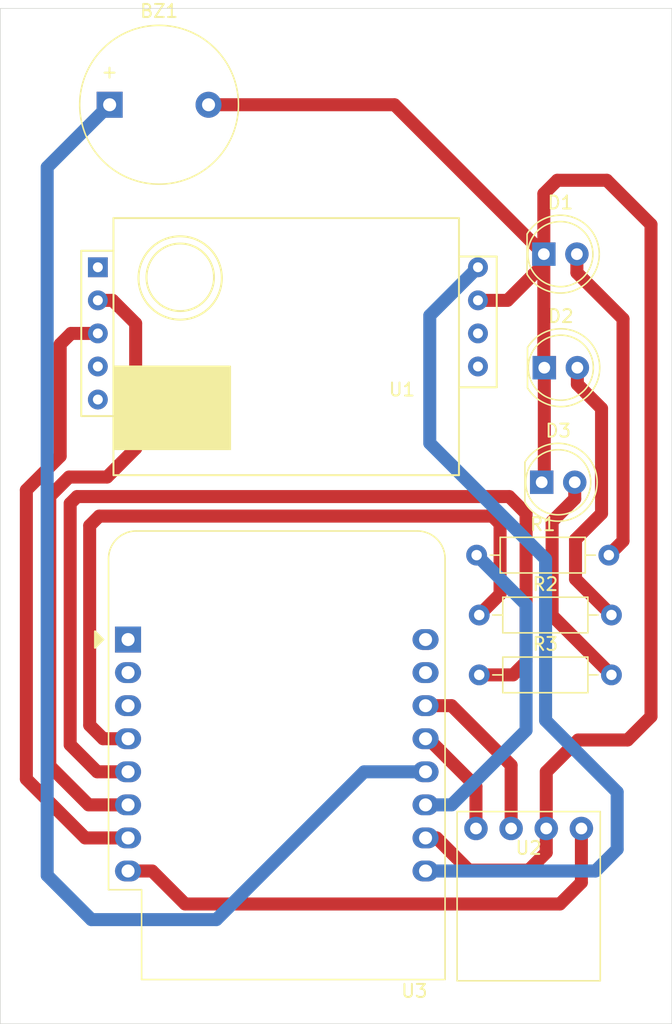
<source format=kicad_pcb>
(kicad_pcb (version 20171130) (host pcbnew "(5.1.8)-1")

  (general
    (thickness 1.6)
    (drawings 5)
    (tracks 103)
    (zones 0)
    (modules 10)
    (nets 25)
  )

  (page A4)
  (layers
    (0 F.Cu signal)
    (31 B.Cu signal)
    (32 B.Adhes user)
    (33 F.Adhes user)
    (34 B.Paste user)
    (35 F.Paste user)
    (36 B.SilkS user)
    (37 F.SilkS user)
    (38 B.Mask user)
    (39 F.Mask user)
    (40 Dwgs.User user)
    (41 Cmts.User user)
    (42 Eco1.User user)
    (43 Eco2.User user)
    (44 Edge.Cuts user)
    (45 Margin user)
    (46 B.CrtYd user)
    (47 F.CrtYd user)
    (48 B.Fab user)
    (49 F.Fab user)
  )

  (setup
    (last_trace_width 1)
    (trace_clearance 0.5)
    (zone_clearance 0.508)
    (zone_45_only no)
    (trace_min 0.2)
    (via_size 0.8)
    (via_drill 0.4)
    (via_min_size 0.4)
    (via_min_drill 0.3)
    (uvia_size 0.3)
    (uvia_drill 0.1)
    (uvias_allowed no)
    (uvia_min_size 0.2)
    (uvia_min_drill 0.1)
    (edge_width 0.05)
    (segment_width 0.2)
    (pcb_text_width 0.3)
    (pcb_text_size 1.5 1.5)
    (mod_edge_width 0.12)
    (mod_text_size 1 1)
    (mod_text_width 0.15)
    (pad_size 1.524 1.524)
    (pad_drill 0.762)
    (pad_to_mask_clearance 0)
    (aux_axis_origin 0 0)
    (visible_elements 7FFFFFFF)
    (pcbplotparams
      (layerselection 0x011fc_ffffffff)
      (usegerberextensions false)
      (usegerberattributes true)
      (usegerberadvancedattributes true)
      (creategerberjobfile true)
      (excludeedgelayer true)
      (linewidth 0.100000)
      (plotframeref false)
      (viasonmask false)
      (mode 1)
      (useauxorigin false)
      (hpglpennumber 1)
      (hpglpenspeed 20)
      (hpglpendiameter 15.000000)
      (psnegative false)
      (psa4output false)
      (plotreference true)
      (plotvalue true)
      (plotinvisibletext false)
      (padsonsilk false)
      (subtractmaskfromsilk false)
      (outputformat 1)
      (mirror false)
      (drillshape 0)
      (scaleselection 1)
      (outputdirectory "JLCPCB/"))
  )

  (net 0 "")
  (net 1 "Net-(D1-Pad2)")
  (net 2 "Net-(D2-Pad2)")
  (net 3 "Net-(D3-Pad2)")
  (net 4 "Net-(R1-Pad1)")
  (net 5 "Net-(R2-Pad1)")
  (net 6 "Net-(R3-Pad1)")
  (net 7 "Net-(U1-Pad9)")
  (net 8 "Net-(U1-Pad8)")
  (net 9 "Net-(U1-Pad6)")
  (net 10 "Net-(U1-Pad5)")
  (net 11 "Net-(U1-Pad4)")
  (net 12 "Net-(U1-Pad3)")
  (net 13 "Net-(U1-Pad2)")
  (net 14 "Net-(U1-Pad1)")
  (net 15 "Net-(U2-Pad3)")
  (net 16 "Net-(U2-Pad4)")
  (net 17 "Net-(U3-Pad2)")
  (net 18 "Net-(U3-Pad1)")
  (net 19 "Net-(U3-Pad3)")
  (net 20 "Net-(U3-Pad15)")
  (net 21 "Net-(U3-Pad16)")
  (net 22 "Net-(U2-Pad1)")
  (net 23 "Net-(BZ1-Pad1)")
  (net 24 "Net-(BZ1-Pad2)")

  (net_class Default "This is the default net class."
    (clearance 0.5)
    (trace_width 1)
    (via_dia 0.8)
    (via_drill 0.4)
    (uvia_dia 0.3)
    (uvia_drill 0.1)
    (add_net "Net-(BZ1-Pad1)")
    (add_net "Net-(BZ1-Pad2)")
    (add_net "Net-(U1-Pad1)")
    (add_net "Net-(U1-Pad2)")
    (add_net "Net-(U1-Pad3)")
    (add_net "Net-(U1-Pad4)")
    (add_net "Net-(U1-Pad5)")
    (add_net "Net-(U1-Pad6)")
    (add_net "Net-(U1-Pad8)")
    (add_net "Net-(U1-Pad9)")
    (add_net "Net-(U2-Pad1)")
    (add_net "Net-(U2-Pad3)")
    (add_net "Net-(U2-Pad4)")
    (add_net "Net-(U3-Pad1)")
    (add_net "Net-(U3-Pad15)")
    (add_net "Net-(U3-Pad16)")
    (add_net "Net-(U3-Pad2)")
    (add_net "Net-(U3-Pad3)")
  )

  (net_class PWR ""
    (clearance 0.5)
    (trace_width 1)
    (via_dia 0.8)
    (via_drill 0.4)
    (uvia_dia 0.3)
    (uvia_drill 0.1)
    (add_net "Net-(D1-Pad2)")
    (add_net "Net-(D2-Pad2)")
    (add_net "Net-(D3-Pad2)")
    (add_net "Net-(R1-Pad1)")
    (add_net "Net-(R2-Pad1)")
    (add_net "Net-(R3-Pad1)")
  )

  (module mh-z19b:Winsen_MH-Z19B (layer F.Cu) (tedit 5F8B2EEF) (tstamp 5FD275D3)
    (at 218.694 117.856 180)
    (path /5FCBE99F)
    (fp_text reference U1 (at -23.368 4.572) (layer F.SilkS)
      (effects (font (size 1 1) (thickness 0.15)))
    )
    (fp_text value MH-Z19B (at -19.05 0.762) (layer F.Fab)
      (effects (font (size 1 1) (thickness 0.15)))
    )
    (fp_line (start -1.2 -2) (end -27.75 -2) (layer F.SilkS) (width 0.15))
    (fp_line (start 1.27 15.24) (end -1.205 15.24) (layer F.SilkS) (width 0.15))
    (fp_line (start 1.275 2.54) (end 1.275 15.24) (layer F.SilkS) (width 0.15))
    (fp_line (start -1.27 2.54) (end 1.27 2.54) (layer F.SilkS) (width 0.15))
    (fp_line (start -27.75 4.75) (end -30.65 4.75) (layer F.SilkS) (width 0.15))
    (fp_line (start -30.65 4.75) (end -30.65 14.8) (layer F.SilkS) (width 0.15))
    (fp_line (start -30.65 14.8) (end -27.75 14.8) (layer F.SilkS) (width 0.15))
    (fp_line (start -27.75 -2) (end -27.75 17.75) (layer F.SilkS) (width 0.15))
    (fp_line (start -27.75 17.75) (end -1.2 17.75) (layer F.SilkS) (width 0.15))
    (fp_circle (center -6.325 13.15) (end -9.425 12.35) (layer F.SilkS) (width 0.15))
    (fp_circle (center -6.330656 13.2) (end -8.530656 11.825) (layer F.SilkS) (width 0.15))
    (fp_poly (pts (xy -10.16 0) (xy -10.16 6.35) (xy -1.27 6.35) (xy -1.27 0)) (layer F.SilkS) (width 0.15))
    (fp_line (start -1.2 -2) (end -1.2 17.75) (layer F.SilkS) (width 0.15))
    (pad 9 thru_hole circle (at -29.21 6.35 180) (size 1.524 1.524) (drill 0.762) (layers *.Cu *.Mask)
      (net 7 "Net-(U1-Pad9)"))
    (pad 8 thru_hole circle (at -29.21 8.89 180) (size 1.524 1.524) (drill 0.762) (layers *.Cu *.Mask)
      (net 8 "Net-(U1-Pad8)"))
    (pad 7 thru_hole circle (at -29.21 11.43 180) (size 1.524 1.524) (drill 0.762) (layers *.Cu *.Mask)
      (net 24 "Net-(BZ1-Pad2)"))
    (pad 6 thru_hole circle (at -29.21 13.97 180) (size 1.524 1.524) (drill 0.762) (layers *.Cu *.Mask)
      (net 9 "Net-(U1-Pad6)"))
    (pad 5 thru_hole circle (at 0 3.81 180) (size 1.524 1.524) (drill 0.762) (layers *.Cu *.Mask)
      (net 10 "Net-(U1-Pad5)"))
    (pad 4 thru_hole circle (at 0 6.35 180) (size 1.524 1.524) (drill 0.762) (layers *.Cu *.Mask)
      (net 11 "Net-(U1-Pad4)"))
    (pad 3 thru_hole circle (at 0 8.89 180) (size 1.524 1.524) (drill 0.762) (layers *.Cu *.Mask)
      (net 12 "Net-(U1-Pad3)"))
    (pad 2 thru_hole circle (at 0 11.43 180) (size 1.524 1.524) (drill 0.762) (layers *.Cu *.Mask)
      (net 13 "Net-(U1-Pad2)"))
    (pad 1 thru_hole rect (at 0 13.97 180) (size 1.524 1.524) (drill 0.762) (layers *.Cu *.Mask)
      (net 14 "Net-(U1-Pad1)"))
  )

  (module GY-BME280:GY-BME280 (layer F.Cu) (tedit 5FD0FFBB) (tstamp 5FD28798)
    (at 251.8 149 180)
    (path /5FD2126B)
    (fp_text reference U2 (at 0 0.5) (layer F.SilkS)
      (effects (font (size 1 1) (thickness 0.15)))
    )
    (fp_text value gybmep (at 0 -0.5) (layer F.Fab)
      (effects (font (size 1 1) (thickness 0.15)))
    )
    (fp_line (start -5.5 -9.7) (end -5.5 3.3) (layer F.SilkS) (width 0.12))
    (fp_line (start 5.5 -9.7) (end -5.5 -9.7) (layer F.SilkS) (width 0.12))
    (fp_line (start 5.5 3.3) (end 5.5 -9.7) (layer F.SilkS) (width 0.12))
    (fp_line (start -5.5 3.3) (end 5.5 3.3) (layer F.SilkS) (width 0.12))
    (pad 4 thru_hole circle (at 4.05 2 180) (size 1.8 1.8) (drill 0.9) (layers *.Cu *.Mask)
      (net 16 "Net-(U2-Pad4)"))
    (pad 3 thru_hole circle (at 1.35 2 180) (size 1.8 1.8) (drill 0.9) (layers *.Cu *.Mask)
      (net 15 "Net-(U2-Pad3)"))
    (pad 2 thru_hole circle (at -1.35 2 180) (size 1.8 1.8) (drill 0.9) (layers *.Cu *.Mask)
      (net 24 "Net-(BZ1-Pad2)"))
    (pad 1 thru_hole circle (at -4.05 2 180) (size 1.8 1.8) (drill 0.9) (layers *.Cu *.Mask)
      (net 22 "Net-(U2-Pad1)"))
  )

  (module Module:WEMOS_D1_mini_light (layer F.Cu) (tedit 5BBFB1CE) (tstamp 5FD27F05)
    (at 221.015001 132.485001)
    (descr "16-pin module, column spacing 22.86 mm (900 mils), https://wiki.wemos.cc/products:d1:d1_mini, https://c1.staticflickr.com/1/734/31400410271_f278b087db_z.jpg")
    (tags "ESP8266 WiFi microcontroller")
    (path /5FCD2C92)
    (fp_text reference U3 (at 22 27) (layer F.SilkS)
      (effects (font (size 1 1) (thickness 0.15)))
    )
    (fp_text value WeMos_D1_mini (at 11.7 0) (layer F.Fab)
      (effects (font (size 1 1) (thickness 0.15)))
    )
    (fp_line (start 1.04 26.12) (end 24.36 26.12) (layer F.SilkS) (width 0.12))
    (fp_line (start -1.5 19.22) (end -1.5 -6.21) (layer F.SilkS) (width 0.12))
    (fp_line (start 24.36 26.12) (end 24.36 -6.21) (layer F.SilkS) (width 0.12))
    (fp_line (start 22.24 -8.34) (end 0.63 -8.34) (layer F.SilkS) (width 0.12))
    (fp_line (start 1.17 25.99) (end 24.23 25.99) (layer F.Fab) (width 0.1))
    (fp_line (start 24.23 25.99) (end 24.23 -6.21) (layer F.Fab) (width 0.1))
    (fp_line (start 22.23 -8.21) (end 0.63 -8.21) (layer F.Fab) (width 0.1))
    (fp_line (start -1.37 1) (end -1.37 19.09) (layer F.Fab) (width 0.1))
    (fp_line (start -1.62 -8.46) (end 24.48 -8.46) (layer F.CrtYd) (width 0.05))
    (fp_line (start 24.48 -8.41) (end 24.48 26.24) (layer F.CrtYd) (width 0.05))
    (fp_line (start 24.48 26.24) (end -1.62 26.24) (layer F.CrtYd) (width 0.05))
    (fp_line (start -1.62 26.24) (end -1.62 -8.46) (layer F.CrtYd) (width 0.05))
    (fp_poly (pts (xy -2.54 -0.635) (xy -2.54 0.635) (xy -1.905 0)) (layer F.SilkS) (width 0.15))
    (fp_line (start -1.35 -1.4) (end 24.25 -1.4) (layer Dwgs.User) (width 0.1))
    (fp_line (start 24.25 -1.4) (end 24.25 -8.2) (layer Dwgs.User) (width 0.1))
    (fp_line (start 24.25 -8.2) (end -1.35 -8.2) (layer Dwgs.User) (width 0.1))
    (fp_line (start -1.35 -8.2) (end -1.35 -1.4) (layer Dwgs.User) (width 0.1))
    (fp_line (start -1.35 -1.4) (end 5.45 -8.2) (layer Dwgs.User) (width 0.1))
    (fp_line (start 0.65 -1.4) (end 7.45 -8.2) (layer Dwgs.User) (width 0.1))
    (fp_line (start 2.65 -1.4) (end 9.45 -8.2) (layer Dwgs.User) (width 0.1))
    (fp_line (start 4.65 -1.4) (end 11.45 -8.2) (layer Dwgs.User) (width 0.1))
    (fp_line (start 6.65 -1.4) (end 13.45 -8.2) (layer Dwgs.User) (width 0.1))
    (fp_line (start 8.65 -1.4) (end 15.45 -8.2) (layer Dwgs.User) (width 0.1))
    (fp_line (start 10.65 -1.4) (end 17.45 -8.2) (layer Dwgs.User) (width 0.1))
    (fp_line (start 12.65 -1.4) (end 19.45 -8.2) (layer Dwgs.User) (width 0.1))
    (fp_line (start 14.65 -1.4) (end 21.45 -8.2) (layer Dwgs.User) (width 0.1))
    (fp_line (start 16.65 -1.4) (end 23.45 -8.2) (layer Dwgs.User) (width 0.1))
    (fp_line (start 18.65 -1.4) (end 24.25 -7) (layer Dwgs.User) (width 0.1))
    (fp_line (start 20.65 -1.4) (end 24.25 -5) (layer Dwgs.User) (width 0.1))
    (fp_line (start 22.65 -1.4) (end 24.25 -3) (layer Dwgs.User) (width 0.1))
    (fp_line (start -1.35 -3.4) (end 3.45 -8.2) (layer Dwgs.User) (width 0.1))
    (fp_line (start -1.3 -5.45) (end 1.45 -8.2) (layer Dwgs.User) (width 0.1))
    (fp_line (start -1.35 -7.4) (end -0.55 -8.2) (layer Dwgs.User) (width 0.1))
    (fp_line (start -1.37 19.09) (end 1.17 19.09) (layer F.Fab) (width 0.1))
    (fp_line (start 1.17 19.09) (end 1.17 25.99) (layer F.Fab) (width 0.1))
    (fp_line (start -1.37 -6.21) (end -1.37 -1) (layer F.Fab) (width 0.1))
    (fp_line (start -1.37 1) (end -0.37 0) (layer F.Fab) (width 0.1))
    (fp_line (start -0.37 0) (end -1.37 -1) (layer F.Fab) (width 0.1))
    (fp_line (start -1.5 19.22) (end 1.04 19.22) (layer F.SilkS) (width 0.12))
    (fp_line (start 1.04 19.22) (end 1.04 26.12) (layer F.SilkS) (width 0.12))
    (fp_text user %R (at 11.43 10) (layer F.Fab)
      (effects (font (size 1 1) (thickness 0.15)))
    )
    (fp_arc (start 0.63 -6.21) (end 0.63 -8.21) (angle -90) (layer F.Fab) (width 0.1))
    (fp_arc (start 22.23 -6.21) (end 24.23 -6.19) (angle -90) (layer F.Fab) (width 0.1))
    (fp_arc (start 0.63 -6.21) (end 0.63 -8.34) (angle -90) (layer F.SilkS) (width 0.12))
    (fp_arc (start 22.23 -6.21) (end 24.36 -6.21) (angle -90) (layer F.SilkS) (width 0.12))
    (fp_text user "KEEP OUT" (at 11.43 -6.35) (layer Cmts.User)
      (effects (font (size 1 1) (thickness 0.15)))
    )
    (fp_text user "No copper" (at 11.43 -3.81) (layer Cmts.User)
      (effects (font (size 1 1) (thickness 0.15)))
    )
    (pad 2 thru_hole oval (at 0 2.54) (size 2 1.6) (drill 1) (layers *.Cu *.Mask)
      (net 17 "Net-(U3-Pad2)"))
    (pad 1 thru_hole rect (at 0 0) (size 2 2) (drill 1) (layers *.Cu *.Mask)
      (net 18 "Net-(U3-Pad1)"))
    (pad 3 thru_hole oval (at 0 5.08) (size 2 1.6) (drill 1) (layers *.Cu *.Mask)
      (net 19 "Net-(U3-Pad3)"))
    (pad 4 thru_hole oval (at 0 7.62) (size 2 1.6) (drill 1) (layers *.Cu *.Mask)
      (net 5 "Net-(R2-Pad1)"))
    (pad 5 thru_hole oval (at 0 10.16) (size 2 1.6) (drill 1) (layers *.Cu *.Mask)
      (net 6 "Net-(R3-Pad1)"))
    (pad 6 thru_hole oval (at 0 12.7) (size 2 1.6) (drill 1) (layers *.Cu *.Mask)
      (net 13 "Net-(U1-Pad2)"))
    (pad 7 thru_hole oval (at 0 15.24) (size 2 1.6) (drill 1) (layers *.Cu *.Mask)
      (net 12 "Net-(U1-Pad3)"))
    (pad 8 thru_hole oval (at 0 17.78) (size 2 1.6) (drill 1) (layers *.Cu *.Mask)
      (net 22 "Net-(U2-Pad1)"))
    (pad 9 thru_hole oval (at 22.86 17.78) (size 2 1.6) (drill 1) (layers *.Cu *.Mask)
      (net 9 "Net-(U1-Pad6)"))
    (pad 10 thru_hole oval (at 22.86 15.24) (size 2 1.6) (drill 1) (layers *.Cu *.Mask)
      (net 24 "Net-(BZ1-Pad2)"))
    (pad 11 thru_hole oval (at 22.86 12.7) (size 2 1.6) (drill 1) (layers *.Cu *.Mask)
      (net 4 "Net-(R1-Pad1)"))
    (pad 12 thru_hole oval (at 22.86 10.16) (size 2 1.6) (drill 1) (layers *.Cu *.Mask)
      (net 23 "Net-(BZ1-Pad1)"))
    (pad 13 thru_hole oval (at 22.86 7.62) (size 2 1.6) (drill 1) (layers *.Cu *.Mask)
      (net 16 "Net-(U2-Pad4)"))
    (pad 14 thru_hole oval (at 22.86 5.08) (size 2 1.6) (drill 1) (layers *.Cu *.Mask)
      (net 15 "Net-(U2-Pad3)"))
    (pad 15 thru_hole oval (at 22.86 2.54) (size 2 1.6) (drill 1) (layers *.Cu *.Mask)
      (net 20 "Net-(U3-Pad15)"))
    (pad 16 thru_hole oval (at 22.86 0) (size 2 1.6) (drill 1) (layers *.Cu *.Mask)
      (net 21 "Net-(U3-Pad16)"))
    (model ${KISYS3DMOD}/Module.3dshapes/WEMOS_D1_mini_light.wrl
      (at (xyz 0 0 0))
      (scale (xyz 1 1 1))
      (rotate (xyz 0 0 0))
    )
    (model ${KISYS3DMOD}/Connector_PinHeader_2.54mm.3dshapes/PinHeader_1x08_P2.54mm_Vertical.wrl
      (offset (xyz 0 0 9.5))
      (scale (xyz 1 1 1))
      (rotate (xyz 0 -180 0))
    )
    (model ${KISYS3DMOD}/Connector_PinHeader_2.54mm.3dshapes/PinHeader_1x08_P2.54mm_Vertical.wrl
      (offset (xyz 22.86 0 9.5))
      (scale (xyz 1 1 1))
      (rotate (xyz 0 -180 0))
    )
    (model ${KISYS3DMOD}/Connector_PinSocket_2.54mm.3dshapes/PinSocket_1x08_P2.54mm_Vertical.wrl
      (at (xyz 0 0 0))
      (scale (xyz 1 1 1))
      (rotate (xyz 0 0 0))
    )
    (model ${KISYS3DMOD}/Connector_PinSocket_2.54mm.3dshapes/PinSocket_1x08_P2.54mm_Vertical.wrl
      (offset (xyz 22.86 0 0))
      (scale (xyz 1 1 1))
      (rotate (xyz 0 0 0))
    )
  )

  (module LED_THT:LED_D5.0mm (layer F.Cu) (tedit 5995936A) (tstamp 5FD29705)
    (at 252.965001 102.875001)
    (descr "LED, diameter 5.0mm, 2 pins, http://cdn-reichelt.de/documents/datenblatt/A500/LL-504BC2E-009.pdf")
    (tags "LED diameter 5.0mm 2 pins")
    (path /5FD12599)
    (fp_text reference D1 (at 1.27 -3.96) (layer F.SilkS)
      (effects (font (size 1 1) (thickness 0.15)))
    )
    (fp_text value LED (at 1.27 3.96) (layer F.Fab)
      (effects (font (size 1 1) (thickness 0.15)))
    )
    (fp_circle (center 1.27 0) (end 3.77 0) (layer F.Fab) (width 0.1))
    (fp_circle (center 1.27 0) (end 3.77 0) (layer F.SilkS) (width 0.12))
    (fp_line (start -1.23 -1.469694) (end -1.23 1.469694) (layer F.Fab) (width 0.1))
    (fp_line (start -1.29 -1.545) (end -1.29 1.545) (layer F.SilkS) (width 0.12))
    (fp_line (start -1.95 -3.25) (end -1.95 3.25) (layer F.CrtYd) (width 0.05))
    (fp_line (start -1.95 3.25) (end 4.5 3.25) (layer F.CrtYd) (width 0.05))
    (fp_line (start 4.5 3.25) (end 4.5 -3.25) (layer F.CrtYd) (width 0.05))
    (fp_line (start 4.5 -3.25) (end -1.95 -3.25) (layer F.CrtYd) (width 0.05))
    (fp_arc (start 1.27 0) (end -1.23 -1.469694) (angle 299.1) (layer F.Fab) (width 0.1))
    (fp_arc (start 1.27 0) (end -1.29 -1.54483) (angle 148.9) (layer F.SilkS) (width 0.12))
    (fp_arc (start 1.27 0) (end -1.29 1.54483) (angle -148.9) (layer F.SilkS) (width 0.12))
    (fp_text user %R (at 1.25 0) (layer F.Fab)
      (effects (font (size 0.8 0.8) (thickness 0.2)))
    )
    (pad 1 thru_hole rect (at 0 0) (size 1.8 1.8) (drill 0.9) (layers *.Cu *.Mask)
      (net 24 "Net-(BZ1-Pad2)"))
    (pad 2 thru_hole circle (at 2.54 0) (size 1.8 1.8) (drill 0.9) (layers *.Cu *.Mask)
      (net 1 "Net-(D1-Pad2)"))
    (model ${KISYS3DMOD}/LED_THT.3dshapes/LED_D5.0mm.wrl
      (at (xyz 0 0 0))
      (scale (xyz 1 1 1))
      (rotate (xyz 0 0 0))
    )
  )

  (module LED_THT:LED_D5.0mm (layer F.Cu) (tedit 5995936A) (tstamp 5FD296D2)
    (at 253 111.6)
    (descr "LED, diameter 5.0mm, 2 pins, http://cdn-reichelt.de/documents/datenblatt/A500/LL-504BC2E-009.pdf")
    (tags "LED diameter 5.0mm 2 pins")
    (path /5FD136A0)
    (fp_text reference D2 (at 1.27 -3.96) (layer F.SilkS)
      (effects (font (size 1 1) (thickness 0.15)))
    )
    (fp_text value LED (at 1.27 3.96) (layer F.Fab)
      (effects (font (size 1 1) (thickness 0.15)))
    )
    (fp_line (start 4.5 -3.25) (end -1.95 -3.25) (layer F.CrtYd) (width 0.05))
    (fp_line (start 4.5 3.25) (end 4.5 -3.25) (layer F.CrtYd) (width 0.05))
    (fp_line (start -1.95 3.25) (end 4.5 3.25) (layer F.CrtYd) (width 0.05))
    (fp_line (start -1.95 -3.25) (end -1.95 3.25) (layer F.CrtYd) (width 0.05))
    (fp_line (start -1.29 -1.545) (end -1.29 1.545) (layer F.SilkS) (width 0.12))
    (fp_line (start -1.23 -1.469694) (end -1.23 1.469694) (layer F.Fab) (width 0.1))
    (fp_circle (center 1.27 0) (end 3.77 0) (layer F.SilkS) (width 0.12))
    (fp_circle (center 1.27 0) (end 3.77 0) (layer F.Fab) (width 0.1))
    (fp_text user %R (at 1.25 0) (layer F.Fab)
      (effects (font (size 0.8 0.8) (thickness 0.2)))
    )
    (fp_arc (start 1.27 0) (end -1.29 1.54483) (angle -148.9) (layer F.SilkS) (width 0.12))
    (fp_arc (start 1.27 0) (end -1.29 -1.54483) (angle 148.9) (layer F.SilkS) (width 0.12))
    (fp_arc (start 1.27 0) (end -1.23 -1.469694) (angle 299.1) (layer F.Fab) (width 0.1))
    (pad 2 thru_hole circle (at 2.54 0) (size 1.8 1.8) (drill 0.9) (layers *.Cu *.Mask)
      (net 2 "Net-(D2-Pad2)"))
    (pad 1 thru_hole rect (at 0 0) (size 1.8 1.8) (drill 0.9) (layers *.Cu *.Mask)
      (net 24 "Net-(BZ1-Pad2)"))
    (model ${KISYS3DMOD}/LED_THT.3dshapes/LED_D5.0mm.wrl
      (at (xyz 0 0 0))
      (scale (xyz 1 1 1))
      (rotate (xyz 0 0 0))
    )
  )

  (module LED_THT:LED_D5.0mm (layer F.Cu) (tedit 5995936A) (tstamp 5FD2977A)
    (at 252.8 120.4)
    (descr "LED, diameter 5.0mm, 2 pins, http://cdn-reichelt.de/documents/datenblatt/A500/LL-504BC2E-009.pdf")
    (tags "LED diameter 5.0mm 2 pins")
    (path /5FD14625)
    (fp_text reference D3 (at 1.27 -3.96) (layer F.SilkS)
      (effects (font (size 1 1) (thickness 0.15)))
    )
    (fp_text value LED (at 1.27 3.96) (layer F.Fab)
      (effects (font (size 1 1) (thickness 0.15)))
    )
    (fp_circle (center 1.27 0) (end 3.77 0) (layer F.Fab) (width 0.1))
    (fp_circle (center 1.27 0) (end 3.77 0) (layer F.SilkS) (width 0.12))
    (fp_line (start -1.23 -1.469694) (end -1.23 1.469694) (layer F.Fab) (width 0.1))
    (fp_line (start -1.29 -1.545) (end -1.29 1.545) (layer F.SilkS) (width 0.12))
    (fp_line (start -1.95 -3.25) (end -1.95 3.25) (layer F.CrtYd) (width 0.05))
    (fp_line (start -1.95 3.25) (end 4.5 3.25) (layer F.CrtYd) (width 0.05))
    (fp_line (start 4.5 3.25) (end 4.5 -3.25) (layer F.CrtYd) (width 0.05))
    (fp_line (start 4.5 -3.25) (end -1.95 -3.25) (layer F.CrtYd) (width 0.05))
    (fp_arc (start 1.27 0) (end -1.23 -1.469694) (angle 299.1) (layer F.Fab) (width 0.1))
    (fp_arc (start 1.27 0) (end -1.29 -1.54483) (angle 148.9) (layer F.SilkS) (width 0.12))
    (fp_arc (start 1.27 0) (end -1.29 1.54483) (angle -148.9) (layer F.SilkS) (width 0.12))
    (fp_text user %R (at 1.25 0) (layer F.Fab)
      (effects (font (size 0.8 0.8) (thickness 0.2)))
    )
    (pad 1 thru_hole rect (at 0 0) (size 1.8 1.8) (drill 0.9) (layers *.Cu *.Mask)
      (net 24 "Net-(BZ1-Pad2)"))
    (pad 2 thru_hole circle (at 2.54 0) (size 1.8 1.8) (drill 0.9) (layers *.Cu *.Mask)
      (net 3 "Net-(D3-Pad2)"))
    (model ${KISYS3DMOD}/LED_THT.3dshapes/LED_D5.0mm.wrl
      (at (xyz 0 0 0))
      (scale (xyz 1 1 1))
      (rotate (xyz 0 0 0))
    )
  )

  (module Resistor_THT:R_Axial_DIN0207_L6.3mm_D2.5mm_P10.16mm_Horizontal (layer F.Cu) (tedit 5AE5139B) (tstamp 5FD2973D)
    (at 247.8 126)
    (descr "Resistor, Axial_DIN0207 series, Axial, Horizontal, pin pitch=10.16mm, 0.25W = 1/4W, length*diameter=6.3*2.5mm^2, http://cdn-reichelt.de/documents/datenblatt/B400/1_4W%23YAG.pdf")
    (tags "Resistor Axial_DIN0207 series Axial Horizontal pin pitch 10.16mm 0.25W = 1/4W length 6.3mm diameter 2.5mm")
    (path /5FD1520A)
    (fp_text reference R1 (at 5.08 -2.37) (layer F.SilkS)
      (effects (font (size 1 1) (thickness 0.15)))
    )
    (fp_text value R (at 5.08 2.37) (layer F.Fab)
      (effects (font (size 1 1) (thickness 0.15)))
    )
    (fp_line (start 1.93 -1.25) (end 1.93 1.25) (layer F.Fab) (width 0.1))
    (fp_line (start 1.93 1.25) (end 8.23 1.25) (layer F.Fab) (width 0.1))
    (fp_line (start 8.23 1.25) (end 8.23 -1.25) (layer F.Fab) (width 0.1))
    (fp_line (start 8.23 -1.25) (end 1.93 -1.25) (layer F.Fab) (width 0.1))
    (fp_line (start 0 0) (end 1.93 0) (layer F.Fab) (width 0.1))
    (fp_line (start 10.16 0) (end 8.23 0) (layer F.Fab) (width 0.1))
    (fp_line (start 1.81 -1.37) (end 1.81 1.37) (layer F.SilkS) (width 0.12))
    (fp_line (start 1.81 1.37) (end 8.35 1.37) (layer F.SilkS) (width 0.12))
    (fp_line (start 8.35 1.37) (end 8.35 -1.37) (layer F.SilkS) (width 0.12))
    (fp_line (start 8.35 -1.37) (end 1.81 -1.37) (layer F.SilkS) (width 0.12))
    (fp_line (start 1.04 0) (end 1.81 0) (layer F.SilkS) (width 0.12))
    (fp_line (start 9.12 0) (end 8.35 0) (layer F.SilkS) (width 0.12))
    (fp_line (start -1.05 -1.5) (end -1.05 1.5) (layer F.CrtYd) (width 0.05))
    (fp_line (start -1.05 1.5) (end 11.21 1.5) (layer F.CrtYd) (width 0.05))
    (fp_line (start 11.21 1.5) (end 11.21 -1.5) (layer F.CrtYd) (width 0.05))
    (fp_line (start 11.21 -1.5) (end -1.05 -1.5) (layer F.CrtYd) (width 0.05))
    (fp_text user %R (at 5.08 0) (layer F.Fab)
      (effects (font (size 1 1) (thickness 0.15)))
    )
    (pad 1 thru_hole circle (at 0 0) (size 1.6 1.6) (drill 0.8) (layers *.Cu *.Mask)
      (net 4 "Net-(R1-Pad1)"))
    (pad 2 thru_hole oval (at 10.16 0) (size 1.6 1.6) (drill 0.8) (layers *.Cu *.Mask)
      (net 1 "Net-(D1-Pad2)"))
    (model ${KISYS3DMOD}/Resistor_THT.3dshapes/R_Axial_DIN0207_L6.3mm_D2.5mm_P10.16mm_Horizontal.wrl
      (at (xyz 0 0 0))
      (scale (xyz 1 1 1))
      (rotate (xyz 0 0 0))
    )
  )

  (module Resistor_THT:R_Axial_DIN0207_L6.3mm_D2.5mm_P10.16mm_Horizontal (layer F.Cu) (tedit 5AE5139B) (tstamp 5FD297FD)
    (at 248 130.6)
    (descr "Resistor, Axial_DIN0207 series, Axial, Horizontal, pin pitch=10.16mm, 0.25W = 1/4W, length*diameter=6.3*2.5mm^2, http://cdn-reichelt.de/documents/datenblatt/B400/1_4W%23YAG.pdf")
    (tags "Resistor Axial_DIN0207 series Axial Horizontal pin pitch 10.16mm 0.25W = 1/4W length 6.3mm diameter 2.5mm")
    (path /5FD163C1)
    (fp_text reference R2 (at 5.08 -2.37) (layer F.SilkS)
      (effects (font (size 1 1) (thickness 0.15)))
    )
    (fp_text value R (at 5.08 2.37) (layer F.Fab)
      (effects (font (size 1 1) (thickness 0.15)))
    )
    (fp_line (start 11.21 -1.5) (end -1.05 -1.5) (layer F.CrtYd) (width 0.05))
    (fp_line (start 11.21 1.5) (end 11.21 -1.5) (layer F.CrtYd) (width 0.05))
    (fp_line (start -1.05 1.5) (end 11.21 1.5) (layer F.CrtYd) (width 0.05))
    (fp_line (start -1.05 -1.5) (end -1.05 1.5) (layer F.CrtYd) (width 0.05))
    (fp_line (start 9.12 0) (end 8.35 0) (layer F.SilkS) (width 0.12))
    (fp_line (start 1.04 0) (end 1.81 0) (layer F.SilkS) (width 0.12))
    (fp_line (start 8.35 -1.37) (end 1.81 -1.37) (layer F.SilkS) (width 0.12))
    (fp_line (start 8.35 1.37) (end 8.35 -1.37) (layer F.SilkS) (width 0.12))
    (fp_line (start 1.81 1.37) (end 8.35 1.37) (layer F.SilkS) (width 0.12))
    (fp_line (start 1.81 -1.37) (end 1.81 1.37) (layer F.SilkS) (width 0.12))
    (fp_line (start 10.16 0) (end 8.23 0) (layer F.Fab) (width 0.1))
    (fp_line (start 0 0) (end 1.93 0) (layer F.Fab) (width 0.1))
    (fp_line (start 8.23 -1.25) (end 1.93 -1.25) (layer F.Fab) (width 0.1))
    (fp_line (start 8.23 1.25) (end 8.23 -1.25) (layer F.Fab) (width 0.1))
    (fp_line (start 1.93 1.25) (end 8.23 1.25) (layer F.Fab) (width 0.1))
    (fp_line (start 1.93 -1.25) (end 1.93 1.25) (layer F.Fab) (width 0.1))
    (fp_text user %R (at 5.08 0) (layer F.Fab)
      (effects (font (size 1 1) (thickness 0.15)))
    )
    (pad 2 thru_hole oval (at 10.16 0) (size 1.6 1.6) (drill 0.8) (layers *.Cu *.Mask)
      (net 2 "Net-(D2-Pad2)"))
    (pad 1 thru_hole circle (at 0 0) (size 1.6 1.6) (drill 0.8) (layers *.Cu *.Mask)
      (net 5 "Net-(R2-Pad1)"))
    (model ${KISYS3DMOD}/Resistor_THT.3dshapes/R_Axial_DIN0207_L6.3mm_D2.5mm_P10.16mm_Horizontal.wrl
      (at (xyz 0 0 0))
      (scale (xyz 1 1 1))
      (rotate (xyz 0 0 0))
    )
  )

  (module Resistor_THT:R_Axial_DIN0207_L6.3mm_D2.5mm_P10.16mm_Horizontal (layer F.Cu) (tedit 5AE5139B) (tstamp 5FD29695)
    (at 248 135.2)
    (descr "Resistor, Axial_DIN0207 series, Axial, Horizontal, pin pitch=10.16mm, 0.25W = 1/4W, length*diameter=6.3*2.5mm^2, http://cdn-reichelt.de/documents/datenblatt/B400/1_4W%23YAG.pdf")
    (tags "Resistor Axial_DIN0207 series Axial Horizontal pin pitch 10.16mm 0.25W = 1/4W length 6.3mm diameter 2.5mm")
    (path /5FD16E36)
    (fp_text reference R3 (at 5.08 -2.37) (layer F.SilkS)
      (effects (font (size 1 1) (thickness 0.15)))
    )
    (fp_text value R (at 5.08 2.37) (layer F.Fab)
      (effects (font (size 1 1) (thickness 0.15)))
    )
    (fp_line (start 1.93 -1.25) (end 1.93 1.25) (layer F.Fab) (width 0.1))
    (fp_line (start 1.93 1.25) (end 8.23 1.25) (layer F.Fab) (width 0.1))
    (fp_line (start 8.23 1.25) (end 8.23 -1.25) (layer F.Fab) (width 0.1))
    (fp_line (start 8.23 -1.25) (end 1.93 -1.25) (layer F.Fab) (width 0.1))
    (fp_line (start 0 0) (end 1.93 0) (layer F.Fab) (width 0.1))
    (fp_line (start 10.16 0) (end 8.23 0) (layer F.Fab) (width 0.1))
    (fp_line (start 1.81 -1.37) (end 1.81 1.37) (layer F.SilkS) (width 0.12))
    (fp_line (start 1.81 1.37) (end 8.35 1.37) (layer F.SilkS) (width 0.12))
    (fp_line (start 8.35 1.37) (end 8.35 -1.37) (layer F.SilkS) (width 0.12))
    (fp_line (start 8.35 -1.37) (end 1.81 -1.37) (layer F.SilkS) (width 0.12))
    (fp_line (start 1.04 0) (end 1.81 0) (layer F.SilkS) (width 0.12))
    (fp_line (start 9.12 0) (end 8.35 0) (layer F.SilkS) (width 0.12))
    (fp_line (start -1.05 -1.5) (end -1.05 1.5) (layer F.CrtYd) (width 0.05))
    (fp_line (start -1.05 1.5) (end 11.21 1.5) (layer F.CrtYd) (width 0.05))
    (fp_line (start 11.21 1.5) (end 11.21 -1.5) (layer F.CrtYd) (width 0.05))
    (fp_line (start 11.21 -1.5) (end -1.05 -1.5) (layer F.CrtYd) (width 0.05))
    (fp_text user %R (at 5.08 0) (layer F.Fab)
      (effects (font (size 1 1) (thickness 0.15)))
    )
    (pad 1 thru_hole circle (at 0 0) (size 1.6 1.6) (drill 0.8) (layers *.Cu *.Mask)
      (net 6 "Net-(R3-Pad1)"))
    (pad 2 thru_hole oval (at 10.16 0) (size 1.6 1.6) (drill 0.8) (layers *.Cu *.Mask)
      (net 3 "Net-(D3-Pad2)"))
    (model ${KISYS3DMOD}/Resistor_THT.3dshapes/R_Axial_DIN0207_L6.3mm_D2.5mm_P10.16mm_Horizontal.wrl
      (at (xyz 0 0 0))
      (scale (xyz 1 1 1))
      (rotate (xyz 0 0 0))
    )
  )

  (module Buzzer_Beeper:Buzzer_12x9.5RM7.6 (layer F.Cu) (tedit 5A030281) (tstamp 5FD3B83F)
    (at 219.6 91.4)
    (descr "Generic Buzzer, D12mm height 9.5mm with RM7.6mm")
    (tags buzzer)
    (path /5FD36690)
    (fp_text reference BZ1 (at 3.8 -7.2) (layer F.SilkS)
      (effects (font (size 1 1) (thickness 0.15)))
    )
    (fp_text value Buzzer (at 3.8 7.4) (layer F.Fab)
      (effects (font (size 1 1) (thickness 0.15)))
    )
    (fp_circle (center 3.8 0) (end 9.9 0) (layer F.SilkS) (width 0.12))
    (fp_circle (center 3.8 0) (end 4.8 0) (layer F.Fab) (width 0.1))
    (fp_circle (center 3.8 0) (end 9.8 0) (layer F.Fab) (width 0.1))
    (fp_circle (center 3.8 0) (end 10.05 0) (layer F.CrtYd) (width 0.05))
    (fp_text user + (at -0.01 -2.54) (layer F.Fab)
      (effects (font (size 1 1) (thickness 0.15)))
    )
    (fp_text user + (at -0.01 -2.54) (layer F.SilkS)
      (effects (font (size 1 1) (thickness 0.15)))
    )
    (fp_text user %R (at 3.8 -4) (layer F.Fab)
      (effects (font (size 1 1) (thickness 0.15)))
    )
    (pad 1 thru_hole rect (at 0 0) (size 2 2) (drill 1) (layers *.Cu *.Mask)
      (net 23 "Net-(BZ1-Pad1)"))
    (pad 2 thru_hole circle (at 7.6 0) (size 2 2) (drill 1) (layers *.Cu *.Mask)
      (net 24 "Net-(BZ1-Pad2)"))
    (model ${KISYS3DMOD}/Buzzer_Beeper.3dshapes/Buzzer_12x9.5RM7.6.wrl
      (at (xyz 0 0 0))
      (scale (xyz 1 1 1))
      (rotate (xyz 0 0 0))
    )
  )

  (gr_line (start 211.2 84) (end 262.8 84) (layer Edge.Cuts) (width 0.05) (tstamp 5FD3B862))
  (gr_line (start 211.2 162) (end 211.2 84) (layer Edge.Cuts) (width 0.05))
  (gr_line (start 262.8 162) (end 262.8 84) (layer Edge.Cuts) (width 0.05))
  (gr_line (start 262.8 162) (end 211.2 162) (layer Edge.Cuts) (width 0.05) (tstamp 5FD33B83))
  (gr_text mvich@escoladisseny.com (at 233 156.6) (layer Dwgs.User)
    (effects (font (size 1 1) (thickness 0.15)))
  )

  (segment (start 252.965001 120.234999) (end 252.8 120.4) (width 0.5) (layer F.Cu) (net 24) (tstamp 5FD2988A))
  (segment (start 243.875001 147.725001) (end 244.525001 147.725001) (width 0.5) (layer F.Cu) (net 24) (tstamp 5FD2985D))
  (segment (start 243.875001 147.725001) (end 244.725001 147.725001) (width 1) (layer F.Cu) (net 24))
  (segment (start 244.725001 147.725001) (end 247.2 150.2) (width 1) (layer F.Cu) (net 24))
  (segment (start 247.2 150.2) (end 251.8 150.2) (width 1) (layer F.Cu) (net 24))
  (segment (start 253.15 148.85) (end 253.15 147) (width 1) (layer F.Cu) (net 24))
  (segment (start 251.8 150.2) (end 253.15 148.85) (width 1) (layer F.Cu) (net 24))
  (segment (start 252.965001 98.234999) (end 252.965001 102.875001) (width 1) (layer F.Cu) (net 24))
  (segment (start 254 97.2) (end 252.965001 98.234999) (width 1) (layer F.Cu) (net 24))
  (segment (start 257.8 97.2) (end 254 97.2) (width 1) (layer F.Cu) (net 24))
  (segment (start 261.2 100.6) (end 257.8 97.2) (width 1) (layer F.Cu) (net 24))
  (segment (start 261.2 138.4) (end 261.2 100.6) (width 1) (layer F.Cu) (net 24))
  (segment (start 259.4 140.2) (end 261.2 138.4) (width 1) (layer F.Cu) (net 24))
  (segment (start 255.6 140.2) (end 259.4 140.2) (width 1) (layer F.Cu) (net 24))
  (segment (start 253.15 142.65) (end 255.6 140.2) (width 1) (layer F.Cu) (net 24))
  (segment (start 253.15 147) (end 253.15 142.65) (width 1) (layer F.Cu) (net 24))
  (segment (start 252.965001 102.875001) (end 252.965001 103.634999) (width 1) (layer F.Cu) (net 24))
  (segment (start 250.174 106.426) (end 247.904 106.426) (width 1) (layer F.Cu) (net 24))
  (segment (start 252.965001 103.634999) (end 250.174 106.426) (width 1) (layer F.Cu) (net 24))
  (segment (start 252.965001 111.565001) (end 253 111.6) (width 1) (layer F.Cu) (net 24))
  (segment (start 252.965001 102.875001) (end 252.965001 111.565001) (width 1) (layer F.Cu) (net 24))
  (segment (start 253 120.2) (end 252.8 120.4) (width 1) (layer F.Cu) (net 24))
  (segment (start 253 111.6) (end 253 120.2) (width 1) (layer F.Cu) (net 24))
  (segment (start 258.60001 125.35999) (end 257.96 126) (width 0.5) (layer F.Cu) (net 1) (tstamp 5FD29845))
  (segment (start 255.505001 102.875001) (end 255.505001 104.305001) (width 1) (layer F.Cu) (net 1))
  (segment (start 259.05001 124.90999) (end 257.96 126) (width 1) (layer F.Cu) (net 1))
  (segment (start 259.05001 107.85001) (end 259.05001 124.90999) (width 1) (layer F.Cu) (net 1))
  (segment (start 255.505001 104.305001) (end 259.05001 107.85001) (width 1) (layer F.Cu) (net 1))
  (segment (start 257.4 114.732792) (end 257.4 122.8) (width 1) (layer F.Cu) (net 2))
  (segment (start 255.54 112.872792) (end 257.4 114.732792) (width 1) (layer F.Cu) (net 2))
  (segment (start 255.54 111.6) (end 255.54 112.872792) (width 1) (layer F.Cu) (net 2))
  (segment (start 257.4 122.8) (end 255.4 124.8) (width 1) (layer F.Cu) (net 2))
  (segment (start 255.4 127.84) (end 258.16 130.6) (width 1) (layer F.Cu) (net 2))
  (segment (start 255.4 124.8) (end 255.4 127.84) (width 1) (layer F.Cu) (net 2))
  (segment (start 255.34 121.672792) (end 253.6 123.412792) (width 1) (layer F.Cu) (net 3))
  (segment (start 255.34 120.4) (end 255.34 121.672792) (width 1) (layer F.Cu) (net 3))
  (segment (start 253.6 130.64) (end 258.16 135.2) (width 1) (layer F.Cu) (net 3))
  (segment (start 253.6 123.412792) (end 253.6 130.64) (width 1) (layer F.Cu) (net 3))
  (segment (start 245.875001 145.185001) (end 251.6 139.460002) (width 1) (layer B.Cu) (net 4))
  (segment (start 243.875001 145.185001) (end 245.875001 145.185001) (width 1) (layer B.Cu) (net 4))
  (segment (start 251.6 129.8) (end 247.8 126) (width 1) (layer B.Cu) (net 4))
  (segment (start 251.6 139.460002) (end 251.6 129.8) (width 1) (layer B.Cu) (net 4))
  (segment (start 221.015001 140.535799) (end 221.015001 140.105001) (width 0.5) (layer F.Cu) (net 5) (tstamp 5FD29884))
  (segment (start 219.105001 140.105001) (end 221.015001 140.105001) (width 1) (layer F.Cu) (net 5))
  (segment (start 218.06601 123.73399) (end 218.06601 139.06601) (width 1) (layer F.Cu) (net 5))
  (segment (start 218.8 123) (end 218.06601 123.73399) (width 1) (layer F.Cu) (net 5))
  (segment (start 218.06601 139.06601) (end 219.105001 140.105001) (width 1) (layer F.Cu) (net 5))
  (segment (start 249 123) (end 218.8 123) (width 1) (layer F.Cu) (net 5))
  (segment (start 249.600001 123.600001) (end 249 123) (width 1) (layer F.Cu) (net 5))
  (segment (start 249.600001 128.999999) (end 249.600001 123.600001) (width 1) (layer F.Cu) (net 5))
  (segment (start 248 130.6) (end 249.600001 128.999999) (width 1) (layer F.Cu) (net 5))
  (segment (start 248 135.2) (end 250.6 135.2) (width 1) (layer F.Cu) (net 6))
  (segment (start 250.6 135.2) (end 251.6 134.2) (width 1) (layer F.Cu) (net 6))
  (segment (start 251.6 134.2) (end 251.6 122.8) (width 1) (layer F.Cu) (net 6))
  (segment (start 250.29999 121.49999) (end 217.10001 121.49999) (width 1) (layer F.Cu) (net 6))
  (segment (start 251.6 122.8) (end 250.29999 121.49999) (width 1) (layer F.Cu) (net 6))
  (segment (start 216.566 122.034) (end 216.566 140.566) (width 1) (layer F.Cu) (net 6))
  (segment (start 217.10001 121.49999) (end 216.566 122.034) (width 1) (layer F.Cu) (net 6))
  (segment (start 218.645001 142.645001) (end 221.015001 142.645001) (width 1) (layer F.Cu) (net 6))
  (segment (start 216.566 140.566) (end 218.645001 142.645001) (width 1) (layer F.Cu) (net 6))
  (segment (start 243.875001 150.265001) (end 256.934999 150.265001) (width 1) (layer B.Cu) (net 9))
  (segment (start 256.934999 150.265001) (end 258.6 148.6) (width 1) (layer B.Cu) (net 9))
  (segment (start 258.6 148.6) (end 258.6 144.2) (width 1) (layer B.Cu) (net 9))
  (segment (start 253.10001 138.70001) (end 253.10001 126.30001) (width 1) (layer B.Cu) (net 9))
  (segment (start 258.6 144.2) (end 253.10001 138.70001) (width 1) (layer B.Cu) (net 9))
  (segment (start 253.10001 126.30001) (end 244.2 117.4) (width 1) (layer B.Cu) (net 9))
  (segment (start 244.2 107.59) (end 247.904 103.886) (width 1) (layer B.Cu) (net 9))
  (segment (start 244.2 117.4) (end 244.2 107.59) (width 1) (layer B.Cu) (net 9))
  (segment (start 218.694 108.966) (end 216.634 108.966) (width 1) (layer F.Cu) (net 12))
  (segment (start 216.634 108.966) (end 215.8 109.8) (width 1) (layer F.Cu) (net 12))
  (segment (start 215.8 109.8) (end 215.8 118.4) (width 1) (layer F.Cu) (net 12))
  (segment (start 215.8 118.4) (end 213.2 121) (width 1) (layer F.Cu) (net 12))
  (segment (start 213.2 121) (end 213.2 143.2) (width 1) (layer F.Cu) (net 12))
  (segment (start 217.725001 147.725001) (end 221.015001 147.725001) (width 1) (layer F.Cu) (net 12))
  (segment (start 213.2 143.2) (end 217.725001 147.725001) (width 1) (layer F.Cu) (net 12))
  (segment (start 218.694 106.426) (end 219.826 106.426) (width 1) (layer F.Cu) (net 13))
  (segment (start 219.826 106.426) (end 221.6 108.2) (width 1) (layer F.Cu) (net 13))
  (segment (start 221.6 108.2) (end 221.6 117.8) (width 1) (layer F.Cu) (net 13))
  (segment (start 219.40002 119.99998) (end 216.478686 119.99998) (width 1) (layer F.Cu) (net 13))
  (segment (start 221.6 117.8) (end 219.40002 119.99998) (width 1) (layer F.Cu) (net 13))
  (segment (start 216.478686 119.99998) (end 215 121.478666) (width 1) (layer F.Cu) (net 13))
  (segment (start 215 121.478666) (end 215 142.2) (width 1) (layer F.Cu) (net 13))
  (segment (start 217.985001 145.185001) (end 221.015001 145.185001) (width 1) (layer F.Cu) (net 13))
  (segment (start 215 142.2) (end 217.985001 145.185001) (width 1) (layer F.Cu) (net 13))
  (segment (start 245.875001 137.565001) (end 243.875001 137.565001) (width 1) (layer F.Cu) (net 15))
  (segment (start 250.45 142.14) (end 245.875001 137.565001) (width 1) (layer F.Cu) (net 15))
  (segment (start 250.45 147) (end 250.45 142.14) (width 1) (layer F.Cu) (net 15))
  (segment (start 244.080599 140.105001) (end 243.875001 140.105001) (width 1) (layer F.Cu) (net 16))
  (segment (start 247.75 143.774402) (end 244.080599 140.105001) (width 1) (layer F.Cu) (net 16))
  (segment (start 247.75 147) (end 247.75 143.774402) (width 1) (layer F.Cu) (net 16))
  (segment (start 255.85 147) (end 255.85 151.15) (width 1) (layer F.Cu) (net 22))
  (segment (start 255.85 151.15) (end 254.2 152.8) (width 1) (layer F.Cu) (net 22))
  (segment (start 254.2 152.8) (end 225.4 152.8) (width 1) (layer F.Cu) (net 22))
  (segment (start 222.865001 150.265001) (end 221.015001 150.265001) (width 1) (layer F.Cu) (net 22))
  (segment (start 225.4 152.8) (end 222.865001 150.265001) (width 1) (layer F.Cu) (net 22))
  (segment (start 243.875001 142.645001) (end 239.154999 142.645001) (width 1) (layer B.Cu) (net 23))
  (segment (start 239.154999 142.645001) (end 227.8 154) (width 1) (layer B.Cu) (net 23))
  (segment (start 227.8 154) (end 218.2 154) (width 1) (layer B.Cu) (net 23))
  (segment (start 218.2 154) (end 214.8 150.6) (width 1) (layer B.Cu) (net 23))
  (segment (start 214.8 96.2) (end 219.6 91.4) (width 1) (layer B.Cu) (net 23))
  (segment (start 214.8 150.6) (end 214.8 96.2) (width 1) (layer B.Cu) (net 23))
  (segment (start 241.49 91.4) (end 252.965001 102.875001) (width 1) (layer F.Cu) (net 24))
  (segment (start 227.2 91.4) (end 241.49 91.4) (width 1) (layer F.Cu) (net 24))

)

</source>
